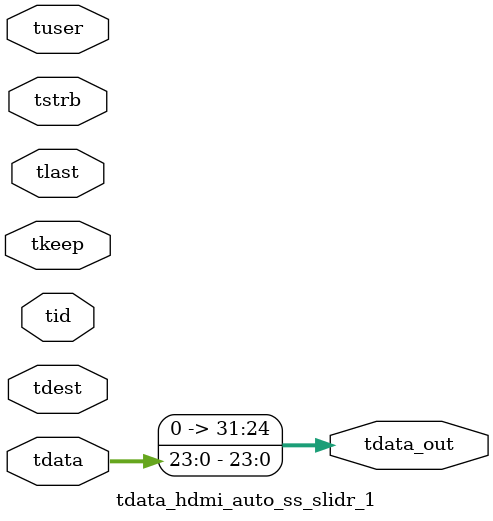
<source format=v>


`timescale 1ps/1ps

module tdata_hdmi_auto_ss_slidr_1 #
(
parameter C_S_AXIS_TDATA_WIDTH = 32,
parameter C_S_AXIS_TUSER_WIDTH = 0,
parameter C_S_AXIS_TID_WIDTH   = 0,
parameter C_S_AXIS_TDEST_WIDTH = 0,
parameter C_M_AXIS_TDATA_WIDTH = 32
)
(
input  [(C_S_AXIS_TDATA_WIDTH == 0 ? 1 : C_S_AXIS_TDATA_WIDTH)-1:0     ] tdata,
input  [(C_S_AXIS_TUSER_WIDTH == 0 ? 1 : C_S_AXIS_TUSER_WIDTH)-1:0     ] tuser,
input  [(C_S_AXIS_TID_WIDTH   == 0 ? 1 : C_S_AXIS_TID_WIDTH)-1:0       ] tid,
input  [(C_S_AXIS_TDEST_WIDTH == 0 ? 1 : C_S_AXIS_TDEST_WIDTH)-1:0     ] tdest,
input  [(C_S_AXIS_TDATA_WIDTH/8)-1:0 ] tkeep,
input  [(C_S_AXIS_TDATA_WIDTH/8)-1:0 ] tstrb,
input                                                                    tlast,
output [C_M_AXIS_TDATA_WIDTH-1:0] tdata_out
);

assign tdata_out = {tdata[23:0]};

endmodule


</source>
